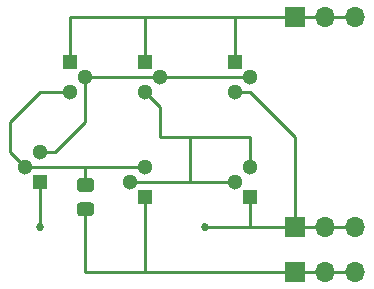
<source format=gtl>
G04 #@! TF.GenerationSoftware,KiCad,Pcbnew,5.0.2+dfsg1-1~bpo9+1*
G04 #@! TF.CreationDate,2020-09-02T01:24:02-04:00*
G04 #@! TF.ProjectId,pcb,7063622e-6b69-4636-9164-5f7063625858,rev?*
G04 #@! TF.SameCoordinates,Original*
G04 #@! TF.FileFunction,Copper,L1,Top*
G04 #@! TF.FilePolarity,Positive*
%FSLAX46Y46*%
G04 Gerber Fmt 4.6, Leading zero omitted, Abs format (unit mm)*
G04 Created by KiCad (PCBNEW 5.0.2+dfsg1-1~bpo9+1) date Wed 02 Sep 2020 01:24:02 AM EDT*
%MOMM*%
%LPD*%
G01*
G04 APERTURE LIST*
G04 #@! TA.AperFunction,Conductor*
%ADD10C,0.100000*%
G04 #@! TD*
G04 #@! TA.AperFunction,SMDPad,CuDef*
%ADD11C,1.150000*%
G04 #@! TD*
G04 #@! TA.AperFunction,ComponentPad*
%ADD12O,1.700000X1.700000*%
G04 #@! TD*
G04 #@! TA.AperFunction,ComponentPad*
%ADD13R,1.700000X1.700000*%
G04 #@! TD*
G04 #@! TA.AperFunction,ComponentPad*
%ADD14R,1.300000X1.300000*%
G04 #@! TD*
G04 #@! TA.AperFunction,ComponentPad*
%ADD15C,1.300000*%
G04 #@! TD*
G04 #@! TA.AperFunction,ViaPad*
%ADD16C,0.685800*%
G04 #@! TD*
G04 #@! TA.AperFunction,Conductor*
%ADD17C,0.254000*%
G04 #@! TD*
G04 APERTURE END LIST*
D10*
G04 #@! TO.N,Net-(C1-Pad1)*
G04 #@! TO.C,C1*
G36*
X123664505Y-80951204D02*
X123688773Y-80954804D01*
X123712572Y-80960765D01*
X123735671Y-80969030D01*
X123757850Y-80979520D01*
X123778893Y-80992132D01*
X123798599Y-81006747D01*
X123816777Y-81023223D01*
X123833253Y-81041401D01*
X123847868Y-81061107D01*
X123860480Y-81082150D01*
X123870970Y-81104329D01*
X123879235Y-81127428D01*
X123885196Y-81151227D01*
X123888796Y-81175495D01*
X123890000Y-81199999D01*
X123890000Y-81850001D01*
X123888796Y-81874505D01*
X123885196Y-81898773D01*
X123879235Y-81922572D01*
X123870970Y-81945671D01*
X123860480Y-81967850D01*
X123847868Y-81988893D01*
X123833253Y-82008599D01*
X123816777Y-82026777D01*
X123798599Y-82043253D01*
X123778893Y-82057868D01*
X123757850Y-82070480D01*
X123735671Y-82080970D01*
X123712572Y-82089235D01*
X123688773Y-82095196D01*
X123664505Y-82098796D01*
X123640001Y-82100000D01*
X122739999Y-82100000D01*
X122715495Y-82098796D01*
X122691227Y-82095196D01*
X122667428Y-82089235D01*
X122644329Y-82080970D01*
X122622150Y-82070480D01*
X122601107Y-82057868D01*
X122581401Y-82043253D01*
X122563223Y-82026777D01*
X122546747Y-82008599D01*
X122532132Y-81988893D01*
X122519520Y-81967850D01*
X122509030Y-81945671D01*
X122500765Y-81922572D01*
X122494804Y-81898773D01*
X122491204Y-81874505D01*
X122490000Y-81850001D01*
X122490000Y-81199999D01*
X122491204Y-81175495D01*
X122494804Y-81151227D01*
X122500765Y-81127428D01*
X122509030Y-81104329D01*
X122519520Y-81082150D01*
X122532132Y-81061107D01*
X122546747Y-81041401D01*
X122563223Y-81023223D01*
X122581401Y-81006747D01*
X122601107Y-80992132D01*
X122622150Y-80979520D01*
X122644329Y-80969030D01*
X122667428Y-80960765D01*
X122691227Y-80954804D01*
X122715495Y-80951204D01*
X122739999Y-80950000D01*
X123640001Y-80950000D01*
X123664505Y-80951204D01*
X123664505Y-80951204D01*
G37*
D11*
G04 #@! TD*
G04 #@! TO.P,C1,1*
G04 #@! TO.N,Net-(C1-Pad1)*
X123190000Y-81525000D03*
D10*
G04 #@! TO.N,Net-(C1-Pad2)*
G04 #@! TO.C,C1*
G36*
X123664505Y-83001204D02*
X123688773Y-83004804D01*
X123712572Y-83010765D01*
X123735671Y-83019030D01*
X123757850Y-83029520D01*
X123778893Y-83042132D01*
X123798599Y-83056747D01*
X123816777Y-83073223D01*
X123833253Y-83091401D01*
X123847868Y-83111107D01*
X123860480Y-83132150D01*
X123870970Y-83154329D01*
X123879235Y-83177428D01*
X123885196Y-83201227D01*
X123888796Y-83225495D01*
X123890000Y-83249999D01*
X123890000Y-83900001D01*
X123888796Y-83924505D01*
X123885196Y-83948773D01*
X123879235Y-83972572D01*
X123870970Y-83995671D01*
X123860480Y-84017850D01*
X123847868Y-84038893D01*
X123833253Y-84058599D01*
X123816777Y-84076777D01*
X123798599Y-84093253D01*
X123778893Y-84107868D01*
X123757850Y-84120480D01*
X123735671Y-84130970D01*
X123712572Y-84139235D01*
X123688773Y-84145196D01*
X123664505Y-84148796D01*
X123640001Y-84150000D01*
X122739999Y-84150000D01*
X122715495Y-84148796D01*
X122691227Y-84145196D01*
X122667428Y-84139235D01*
X122644329Y-84130970D01*
X122622150Y-84120480D01*
X122601107Y-84107868D01*
X122581401Y-84093253D01*
X122563223Y-84076777D01*
X122546747Y-84058599D01*
X122532132Y-84038893D01*
X122519520Y-84017850D01*
X122509030Y-83995671D01*
X122500765Y-83972572D01*
X122494804Y-83948773D01*
X122491204Y-83924505D01*
X122490000Y-83900001D01*
X122490000Y-83249999D01*
X122491204Y-83225495D01*
X122494804Y-83201227D01*
X122500765Y-83177428D01*
X122509030Y-83154329D01*
X122519520Y-83132150D01*
X122532132Y-83111107D01*
X122546747Y-83091401D01*
X122563223Y-83073223D01*
X122581401Y-83056747D01*
X122601107Y-83042132D01*
X122622150Y-83029520D01*
X122644329Y-83019030D01*
X122667428Y-83010765D01*
X122691227Y-83004804D01*
X122715495Y-83001204D01*
X122739999Y-83000000D01*
X123640001Y-83000000D01*
X123664505Y-83001204D01*
X123664505Y-83001204D01*
G37*
D11*
G04 #@! TD*
G04 #@! TO.P,C1,2*
G04 #@! TO.N,Net-(C1-Pad2)*
X123190000Y-83575000D03*
D12*
G04 #@! TO.P,J1,3*
G04 #@! TO.N,Net-(C1-Pad2)*
X146050000Y-88900000D03*
G04 #@! TO.P,J1,2*
X143510000Y-88900000D03*
D13*
G04 #@! TO.P,J1,1*
X140970000Y-88900000D03*
G04 #@! TD*
G04 #@! TO.P,J2,1*
G04 #@! TO.N,Net-(J2-Pad1)*
X140970000Y-67310000D03*
D12*
G04 #@! TO.P,J2,2*
X143510000Y-67310000D03*
G04 #@! TO.P,J2,3*
X146050000Y-67310000D03*
G04 #@! TD*
D13*
G04 #@! TO.P,J3,1*
G04 #@! TO.N,Net-(J3-Pad1)*
X140970000Y-85090000D03*
D12*
G04 #@! TO.P,J3,2*
X143510000Y-85090000D03*
G04 #@! TO.P,J3,3*
X146050000Y-85090000D03*
G04 #@! TD*
D14*
G04 #@! TO.P,Q1,1*
G04 #@! TO.N,Net-(J3-Pad1)*
X119380000Y-81280000D03*
D15*
G04 #@! TO.P,Q1,3*
G04 #@! TO.N,Net-(Q1-Pad3)*
X119380000Y-78740000D03*
G04 #@! TO.P,Q1,2*
G04 #@! TO.N,Net-(C1-Pad1)*
X118110000Y-80010000D03*
G04 #@! TD*
D14*
G04 #@! TO.P,Q2,1*
G04 #@! TO.N,Net-(J2-Pad1)*
X121920000Y-71120000D03*
D15*
G04 #@! TO.P,Q2,3*
G04 #@! TO.N,Net-(C1-Pad1)*
X121920000Y-73660000D03*
G04 #@! TO.P,Q2,2*
G04 #@! TO.N,Net-(Q1-Pad3)*
X123190000Y-72390000D03*
G04 #@! TD*
G04 #@! TO.P,Q3,2*
G04 #@! TO.N,Net-(Q3-Pad2)*
X127000000Y-81280000D03*
G04 #@! TO.P,Q3,3*
G04 #@! TO.N,Net-(C1-Pad1)*
X128270000Y-80010000D03*
D14*
G04 #@! TO.P,Q3,1*
G04 #@! TO.N,Net-(C1-Pad2)*
X128270000Y-82550000D03*
G04 #@! TD*
D15*
G04 #@! TO.P,Q4,2*
G04 #@! TO.N,Net-(Q1-Pad3)*
X129540000Y-72390000D03*
G04 #@! TO.P,Q4,3*
G04 #@! TO.N,Net-(Q3-Pad2)*
X128270000Y-73660000D03*
D14*
G04 #@! TO.P,Q4,1*
G04 #@! TO.N,Net-(J2-Pad1)*
X128270000Y-71120000D03*
G04 #@! TD*
G04 #@! TO.P,Q5,1*
G04 #@! TO.N,Net-(J3-Pad1)*
X137160000Y-82550000D03*
D15*
G04 #@! TO.P,Q5,3*
G04 #@! TO.N,Net-(Q3-Pad2)*
X137160000Y-80010000D03*
G04 #@! TO.P,Q5,2*
X135890000Y-81280000D03*
G04 #@! TD*
G04 #@! TO.P,Q6,2*
G04 #@! TO.N,Net-(Q1-Pad3)*
X137160000Y-72390000D03*
G04 #@! TO.P,Q6,3*
G04 #@! TO.N,Net-(J3-Pad1)*
X135890000Y-73660000D03*
D14*
G04 #@! TO.P,Q6,1*
G04 #@! TO.N,Net-(J2-Pad1)*
X135890000Y-71120000D03*
G04 #@! TD*
D16*
G04 #@! TO.N,Net-(J3-Pad1)*
X133350000Y-85090000D03*
X119380000Y-85090000D03*
G04 #@! TD*
D17*
G04 #@! TO.N,Net-(C1-Pad1)*
X116840000Y-78740000D02*
X118110000Y-80010000D01*
X116840000Y-76200000D02*
X116840000Y-78740000D01*
X119380000Y-73660000D02*
X116840000Y-76200000D01*
X121920000Y-73660000D02*
X119380000Y-73660000D01*
X118110000Y-80010000D02*
X123190000Y-80010000D01*
X123190000Y-81525000D02*
X123190000Y-80010000D01*
X128270000Y-80010000D02*
X123190000Y-80010000D01*
G04 #@! TO.N,Net-(C1-Pad2)*
X123190000Y-83575000D02*
X123190000Y-85090000D01*
X146050000Y-88900000D02*
X140970000Y-88900000D01*
X140970000Y-88900000D02*
X128270000Y-88900000D01*
X128270000Y-88900000D02*
X128270000Y-82550000D01*
X128270000Y-88900000D02*
X123190000Y-88900000D01*
X123190000Y-88900000D02*
X123190000Y-85090000D01*
G04 #@! TO.N,Net-(J2-Pad1)*
X121920000Y-67310000D02*
X121920000Y-71120000D01*
X140970000Y-67310000D02*
X121920000Y-67310000D01*
X128270000Y-71120000D02*
X128270000Y-67310000D01*
X135890000Y-71120000D02*
X135890000Y-67310000D01*
X140970000Y-67310000D02*
X146050000Y-67310000D01*
G04 #@! TO.N,Net-(J3-Pad1)*
X137160000Y-73660000D02*
X140970000Y-77470000D01*
X135890000Y-73660000D02*
X137160000Y-73660000D01*
X137160000Y-82550000D02*
X137160000Y-85090000D01*
X137160000Y-85090000D02*
X140970000Y-85090000D01*
X140970000Y-85090000D02*
X146050000Y-85090000D01*
X137160000Y-85090000D02*
X133350000Y-85090000D01*
X133350000Y-85090000D02*
X133350000Y-85090000D01*
X119380000Y-81280000D02*
X119380000Y-85090000D01*
X119380000Y-85090000D02*
X119380000Y-85090000D01*
X140970000Y-77470000D02*
X140970000Y-85090000D01*
G04 #@! TO.N,Net-(Q1-Pad3)*
X137160000Y-72390000D02*
X123190000Y-72390000D01*
X119380000Y-78740000D02*
X120650000Y-78740000D01*
X123190000Y-76200000D02*
X123190000Y-73309238D01*
X120650000Y-78740000D02*
X123190000Y-76200000D01*
X123190000Y-73309238D02*
X123190000Y-72390000D01*
G04 #@! TO.N,Net-(Q3-Pad2)*
X128525882Y-81280000D02*
X127000000Y-81280000D01*
X128270000Y-73660000D02*
X129540000Y-74930000D01*
X132080000Y-81280000D02*
X128525882Y-81280000D01*
X129540000Y-74930000D02*
X129540000Y-77470000D01*
X132080000Y-77470000D02*
X132080000Y-81280000D01*
X129540000Y-77470000D02*
X132080000Y-77470000D01*
X132080000Y-81280000D02*
X135890000Y-81280000D01*
X132080000Y-77470000D02*
X137160000Y-77470000D01*
X137160000Y-77470000D02*
X137160000Y-80010000D01*
G04 #@! TD*
M02*

</source>
